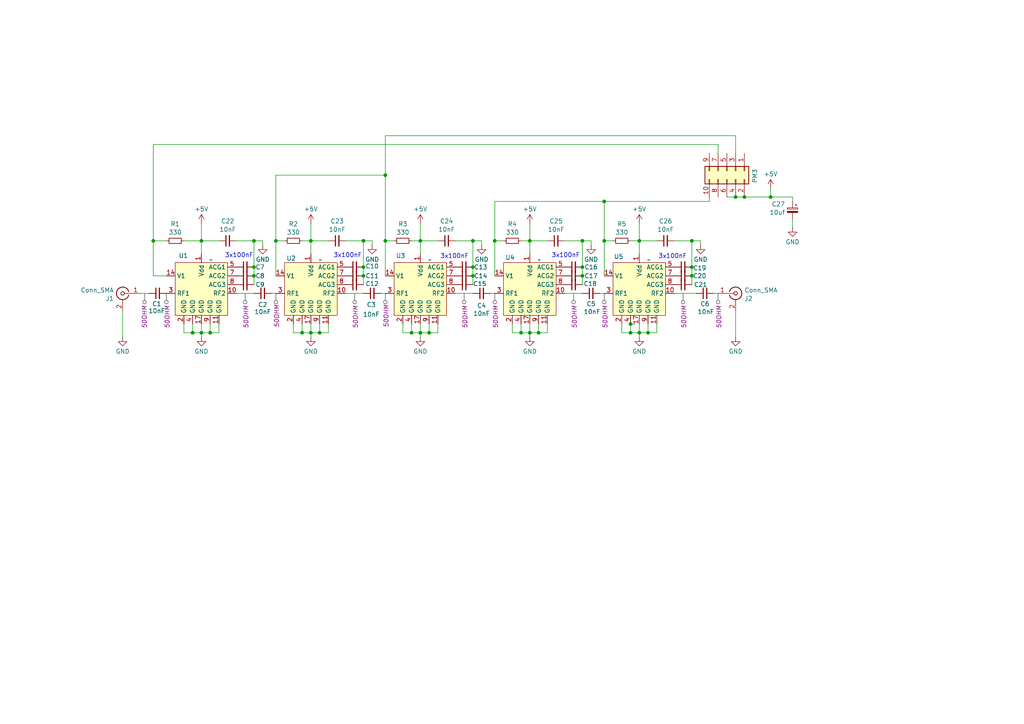
<source format=kicad_sch>
(kicad_sch (version 20231120) (generator "eeschema") (generator_version "8.0")
  (paper "A4")
  (lib_symbols
    (symbol "Connector:Conn_Coaxial" (pin_names (offset 1.016) hide)
      (property "Reference" "J" (at 0.254 3.048 0))
      (property "Value" "Conn_Coaxial" (at 2.921 0 90))
      (symbol "Conn_Coaxial_0_1"
        (arc (start -1.778 -0.508) (mid 0.2311 -1.8066) (end 1.778 0) (stroke (width 0.254)))
        (polyline (pts (xy -2.54 0) (xy -0.508 0)))
        (polyline (pts (xy 0 -2.54) (xy 0 -1.778)))
        (circle (center 0 0) (radius 0.508) (stroke (width 0.2032)))
        (arc (start 1.778 0) (mid 0.2099 1.8101) (end -1.778 0.508) (stroke (width 0.254)))
      )
      (symbol "Conn_Coaxial_1_1"
        (pin passive line (at -5.08 0 0) (length 2.54) (name "In") (number "1"))
        (pin passive line (at 0 -5.08 90) (length 2.54) (name "Ext") (number "2"))
      )
    )
    (symbol "Connector_Generic:Conn_02x05_Odd_Even" (pin_names (offset 1.016) hide)
      (property "Reference" "J" (at 1.27 7.62 0))
      (property "Value" "Conn_02x05_Odd_Even" (at 1.27 -7.62 0))
      (symbol "Conn_02x05_Odd_Even_1_1"
        (rectangle (start -1.27 -4.953) (end 0 -5.207) (stroke (width 0.1524)))
        (rectangle (start -1.27 -2.413) (end 0 -2.667) (stroke (width 0.1524)))
        (rectangle (start -1.27 0.127) (end 0 -0.127) (stroke (width 0.1524)))
        (rectangle (start -1.27 2.667) (end 0 2.413) (stroke (width 0.1524)))
        (rectangle (start -1.27 5.207) (end 0 4.953) (stroke (width 0.1524)))
        (rectangle (start -1.27 6.35) (end 3.81 -6.35) (stroke (width 0.254)) (fill (type background)))
        (rectangle (start 3.81 -4.953) (end 2.54 -5.207) (stroke (width 0.1524)))
        (rectangle (start 3.81 -2.413) (end 2.54 -2.667) (stroke (width 0.1524)))
        (rectangle (start 3.81 0.127) (end 2.54 -0.127) (stroke (width 0.1524)))
        (rectangle (start 3.81 2.667) (end 2.54 2.413) (stroke (width 0.1524)))
        (rectangle (start 3.81 5.207) (end 2.54 4.953) (stroke (width 0.1524)))
        (pin passive line (at -5.08 5.08 0) (length 3.81) (name "Pin_1") (number "1"))
        (pin passive line (at 7.62 -5.08 180) (length 3.81) (name "Pin_10") (number "10"))
        (pin passive line (at 7.62 5.08 180) (length 3.81) (name "Pin_2") (number "2"))
        (pin passive line (at -5.08 2.54 0) (length 3.81) (name "Pin_3") (number "3"))
        (pin passive line (at 7.62 2.54 180) (length 3.81) (name "Pin_4") (number "4"))
        (pin passive line (at -5.08 0 0) (length 3.81) (name "Pin_5") (number "5"))
        (pin passive line (at 7.62 0 180) (length 3.81) (name "Pin_6") (number "6"))
        (pin passive line (at -5.08 -2.54 0) (length 3.81) (name "Pin_7") (number "7"))
        (pin passive line (at 7.62 -2.54 180) (length 3.81) (name "Pin_8") (number "8"))
        (pin passive line (at -5.08 -5.08 0) (length 3.81) (name "Pin_9") (number "9"))
      )
    )
    (symbol "Device:C_Polarized_Small" (pin_numbers hide) (pin_names (offset 0.254) hide)
      (property "Reference" "C" (at 0.254 1.778 0))
      (property "Value" "C_Polarized_Small" (at 0.254 -2.032 0))
      (symbol "C_Polarized_Small_0_1"
        (rectangle (start -1.524 -0.3048) (end 1.524 -0.6858) (fill (type outline)))
        (rectangle (start -1.524 0.6858) (end 1.524 0.3048))
        (polyline (pts (xy -1.27 1.524) (xy -0.762 1.524)))
        (polyline (pts (xy -1.016 1.27) (xy -1.016 1.778)))
      )
      (symbol "C_Polarized_Small_1_1"
        (pin passive line (at 0 2.54 270) (length 1.8542) (name "~") (number "1"))
        (pin passive line (at 0 -2.54 90) (length 1.8542) (name "~") (number "2"))
      )
    )
    (symbol "Device:C_Small" (pin_numbers hide) (pin_names (offset 0.254) hide)
      (property "Reference" "C" (at 0.254 1.778 0))
      (property "Value" "C_Small" (at 0.254 -2.032 0))
      (symbol "C_Small_0_1"
        (polyline (pts (xy -1.524 -0.508) (xy 1.524 -0.508)) (stroke (width 0.3302)))
        (polyline (pts (xy -1.524 0.508) (xy 1.524 0.508)) (stroke (width 0.3048)))
      )
      (symbol "C_Small_1_1"
        (pin passive line (at 0 2.54 270) (length 2.032) (name "~") (number "1"))
        (pin passive line (at 0 -2.54 90) (length 2.032) (name "~") (number "2"))
      )
    )
    (symbol "Device:R_Small" (pin_numbers hide) (pin_names (offset 0.254) hide)
      (property "Reference" "R" (at 0.762 0.508 0))
      (property "Value" "R_Small" (at 0.762 -1.016 0))
      (symbol "R_Small_0_1"
        (rectangle (start -0.762 1.778) (end 0.762 -1.778) (stroke (width 0.2032)))
      )
      (symbol "R_Small_1_1"
        (pin passive line (at 0 2.54 270) (length 0.762) (name "~") (number "1"))
        (pin passive line (at 0 -2.54 90) (length 0.762) (name "~") (number "2"))
      )
    )
    (symbol "HMC802_1"
      (property "Reference" "U" (at -1.016 0 0))
      (symbol "HMC802_1_1_1"
        (rectangle (start -7.62 7.62) (end 7.62 -7.62) (fill (type background)))
        (pin power_in line (at 0 10.16 270) (length 2.54) (name "Vdd") (number "1"))
        (pin passive line (at 10.16 -1.27 180) (length 2.54) (name "RF2") (number "10"))
        (pin power_in line (at 5.08 -10.16 90) (length 2.54) (name "GND") (number "11"))
        (pin input line (at -10.16 3.81 0) (length 2.54) (name "V1") (number "14"))
        (pin power_in line (at 0 -10.16 90) (length 2.54) (name "GND") (number "17"))
        (pin power_in line (at -5.08 -10.16 90) (length 2.54) (name "GND") (number "2"))
        (pin passive line (at -10.16 -1.27 0) (length 2.54) (name "RF1") (number "3"))
        (pin power_in line (at -2.54 -10.16 90) (length 2.54) (name "GND") (number "4"))
        (pin passive line (at 10.16 6.35 180) (length 2.54) (name "ACG1") (number "5"))
        (pin passive line (at 10.16 3.81 180) (length 2.54) (name "ACG2") (number "7"))
        (pin passive line (at 10.16 1.27 180) (length 2.54) (name "ACG3") (number "8"))
        (pin power_in line (at 2.54 -10.16 90) (length 2.54) (name "GND") (number "9"))
      )
    )
    (symbol "HMC802_2"
      (property "Reference" "U" (at -1.016 0 0))
      (symbol "HMC802_2_1_1"
        (rectangle (start -7.62 7.62) (end 7.62 -7.62) (fill (type background)))
        (pin power_in line (at 0 10.16 270) (length 2.54) (name "Vdd") (number "1"))
        (pin passive line (at 10.16 -1.27 180) (length 2.54) (name "RF2") (number "10"))
        (pin power_in line (at 5.08 -10.16 90) (length 2.54) (name "GND") (number "11"))
        (pin input line (at -10.16 3.81 0) (length 2.54) (name "V1") (number "14"))
        (pin power_in line (at 0 -10.16 90) (length 2.54) (name "GND") (number "17"))
        (pin power_in line (at -5.08 -10.16 90) (length 2.54) (name "GND") (number "2"))
        (pin passive line (at -10.16 -1.27 0) (length 2.54) (name "RF1") (number "3"))
        (pin power_in line (at -2.54 -10.16 90) (length 2.54) (name "GND") (number "4"))
        (pin passive line (at 10.16 6.35 180) (length 2.54) (name "ACG1") (number "5"))
        (pin passive line (at 10.16 3.81 180) (length 2.54) (name "ACG2") (number "7"))
        (pin passive line (at 10.16 1.27 180) (length 2.54) (name "ACG3") (number "8"))
        (pin power_in line (at 2.54 -10.16 90) (length 2.54) (name "GND") (number "9"))
      )
    )
    (symbol "HMC802_3"
      (property "Reference" "U" (at -1.016 0 0))
      (symbol "HMC802_3_1_1"
        (rectangle (start -7.62 7.62) (end 7.62 -7.62) (fill (type background)))
        (pin power_in line (at 0 10.16 270) (length 2.54) (name "Vdd") (number "1"))
        (pin passive line (at 10.16 -1.27 180) (length 2.54) (name "RF2") (number "10"))
        (pin power_in line (at 5.08 -10.16 90) (length 2.54) (name "GND") (number "11"))
        (pin input line (at -10.16 3.81 0) (length 2.54) (name "V1") (number "14"))
        (pin power_in line (at 0 -10.16 90) (length 2.54) (name "GND") (number "17"))
        (pin power_in line (at -5.08 -10.16 90) (length 2.54) (name "GND") (number "2"))
        (pin passive line (at -10.16 -1.27 0) (length 2.54) (name "RF1") (number "3"))
        (pin power_in line (at -2.54 -10.16 90) (length 2.54) (name "GND") (number "4"))
        (pin passive line (at 10.16 6.35 180) (length 2.54) (name "ACG1") (number "5"))
        (pin passive line (at 10.16 3.81 180) (length 2.54) (name "ACG2") (number "7"))
        (pin passive line (at 10.16 1.27 180) (length 2.54) (name "ACG3") (number "8"))
        (pin power_in line (at 2.54 -10.16 90) (length 2.54) (name "GND") (number "9"))
      )
    )
    (symbol "HMC802_4"
      (property "Reference" "U" (at -1.016 0 0))
      (symbol "HMC802_4_1_1"
        (rectangle (start -7.62 7.62) (end 7.62 -7.62) (fill (type background)))
        (pin power_in line (at 0 10.16 270) (length 2.54) (name "Vdd") (number "1"))
        (pin passive line (at 10.16 -1.27 180) (length 2.54) (name "RF2") (number "10"))
        (pin power_in line (at 5.08 -10.16 90) (length 2.54) (name "GND") (number "11"))
        (pin input line (at -10.16 3.81 0) (length 2.54) (name "V1") (number "14"))
        (pin power_in line (at 0 -10.16 90) (length 2.54) (name "GND") (number "17"))
        (pin power_in line (at -5.08 -10.16 90) (length 2.54) (name "GND") (number "2"))
        (pin passive line (at -10.16 -1.27 0) (length 2.54) (name "RF1") (number "3"))
        (pin power_in line (at -2.54 -10.16 90) (length 2.54) (name "GND") (number "4"))
        (pin passive line (at 10.16 6.35 180) (length 2.54) (name "ACG1") (number "5"))
        (pin passive line (at 10.16 3.81 180) (length 2.54) (name "ACG2") (number "7"))
        (pin passive line (at 10.16 1.27 180) (length 2.54) (name "ACG3") (number "8"))
        (pin power_in line (at 2.54 -10.16 90) (length 2.54) (name "GND") (number "9"))
      )
    )
    (symbol "RF_CUSTOM:HMC802"
      (property "Reference" "U" (at -1.016 0 0))
      (symbol "HMC802_1_1"
        (rectangle (start -7.62 7.62) (end 7.62 -7.62) (fill (type background)))
        (pin power_in line (at 0 10.16 270) (length 2.54) (name "Vdd") (number "1"))
        (pin passive line (at 10.16 -1.27 180) (length 2.54) (name "RF2") (number "10"))
        (pin power_in line (at 5.08 -10.16 90) (length 2.54) (name "GND") (number "11"))
        (pin input line (at -10.16 3.81 0) (length 2.54) (name "V1") (number "14"))
        (pin power_in line (at 0 -10.16 90) (length 2.54) (name "GND") (number "17"))
        (pin power_in line (at -5.08 -10.16 90) (length 2.54) (name "GND") (number "2"))
        (pin passive line (at -10.16 -1.27 0) (length 2.54) (name "RF1") (number "3"))
        (pin power_in line (at -2.54 -10.16 90) (length 2.54) (name "GND") (number "4"))
        (pin passive line (at 10.16 6.35 180) (length 2.54) (name "ACG1") (number "5"))
        (pin passive line (at 10.16 3.81 180) (length 2.54) (name "ACG2") (number "7"))
        (pin passive line (at 10.16 1.27 180) (length 2.54) (name "ACG3") (number "8"))
        (pin power_in line (at 2.54 -10.16 90) (length 2.54) (name "GND") (number "9"))
      )
    )
    (symbol "power:+5V" (power) (pin_numbers hide) (pin_names (offset 0) hide)
      (property "Value" "+5V" (at 0 3.556 0))
      (symbol "+5V_0_1"
        (polyline (pts (xy -0.762 1.27) (xy 0 2.54)))
        (polyline (pts (xy 0 0) (xy 0 2.54)))
        (polyline (pts (xy 0 2.54) (xy 0.762 1.27)))
      )
      (symbol "+5V_1_1"
        (pin power_in line (at 0 0 90) (length 0) (name "~") (number "1"))
      )
    )
    (symbol "power:GND" (power) (pin_numbers hide) (pin_names (offset 0) hide)
      (property "Value" "GND" (at 0 -3.81 0))
      (symbol "GND_0_1"
        (polyline (pts (xy 0 0) (xy 0 -1.27) (xy 1.27 -1.27) (xy 0 -2.54) (xy -1.27 -1.27) (xy 0 -1.27)))
      )
      (symbol "GND_1_1"
        (pin power_in line (at 0 0 270) (length 0) (name "~") (number "1"))
      )
    )
  )
  (junction (at 92.71 96.52))
  (junction (at 153.67 96.52))
  (junction (at 124.46 96.52))
  (junction (at 182.88 93.98))
  (junction (at 90.17 69.85))
  (junction (at 215.9 57.15))
  (junction (at 87.63 96.52))
  (junction (at 90.17 96.52))
  (junction (at 151.13 96.52))
  (junction (at 80.01 69.85))
  (junction (at 168.91 77.47))
  (junction (at 121.92 96.52))
  (junction (at 137.16 77.47))
  (junction (at 73.66 69.85))
  (junction (at 121.92 69.85))
  (junction (at 105.41 80.01))
  (junction (at 111.76 50.8))
  (junction (at 73.66 80.01))
  (junction (at 185.42 69.85))
  (junction (at 182.88 96.52))
  (junction (at 111.76 69.85))
  (junction (at 58.42 69.85))
  (junction (at 213.36 57.15))
  (junction (at 187.96 96.52))
  (junction (at 58.42 96.52))
  (junction (at 175.26 69.85))
  (junction (at 223.52 57.15))
  (junction (at 55.88 96.52))
  (junction (at 175.26 58.42))
  (junction (at 137.16 80.01))
  (junction (at 105.41 69.85))
  (junction (at 153.67 69.85))
  (junction (at 168.91 69.85))
  (junction (at 105.41 77.47))
  (junction (at 185.42 96.52))
  (junction (at 73.66 77.47))
  (junction (at 156.21 96.52))
  (junction (at 60.96 96.52))
  (junction (at 200.66 77.47))
  (junction (at 143.51 69.85))
  (junction (at 137.16 69.85))
  (junction (at 200.66 69.85))
  (junction (at 168.91 80.01))
  (junction (at 119.38 96.52))
  (junction (at 200.66 80.01))
  (junction (at 44.45 69.85))
  (wire (pts (xy 213.36 90.17) (xy 213.36 97.79)))
  (wire (pts (xy 80.01 50.8) (xy 80.01 69.85)))
  (wire (pts (xy 137.16 69.85) (xy 137.16 77.47)))
  (wire (pts (xy 95.25 93.98) (xy 95.25 96.52)))
  (wire (pts (xy 175.26 58.42) (xy 205.74 58.42)))
  (wire (pts (xy 151.13 69.85) (xy 153.67 69.85)))
  (wire (pts (xy 137.16 77.47) (xy 137.16 80.01)))
  (wire (pts (xy 127 96.52) (xy 124.46 96.52)))
  (wire (pts (xy 80.01 50.8) (xy 111.76 50.8)))
  (wire (pts (xy 35.56 90.17) (xy 35.56 97.79)))
  (wire (pts (xy 229.87 57.15) (xy 223.52 57.15)))
  (wire (pts (xy 158.75 93.98) (xy 158.75 96.52)))
  (wire (pts (xy 168.91 77.47) (xy 168.91 80.01)))
  (wire (pts (xy 175.26 69.85) (xy 175.26 80.01)))
  (wire (pts (xy 121.92 69.85) (xy 121.92 73.66)))
  (wire (pts (xy 87.63 96.52) (xy 90.17 96.52)))
  (wire (pts (xy 121.92 96.52) (xy 124.46 96.52)))
  (wire (pts (xy 153.67 96.52) (xy 156.21 96.52)))
  (wire (pts (xy 90.17 96.52) (xy 92.71 96.52)))
  (wire (pts (xy 85.09 96.52) (xy 87.63 96.52)))
  (wire (pts (xy 171.45 69.85) (xy 171.45 71.12)))
  (wire (pts (xy 139.7 69.85) (xy 139.7 71.12)))
  (wire (pts (xy 213.36 39.37) (xy 111.76 39.37)))
  (wire (pts (xy 68.58 69.85) (xy 73.66 69.85)))
  (wire (pts (xy 92.71 93.98) (xy 92.71 96.52)))
  (wire (pts (xy 153.67 69.85) (xy 153.67 73.66)))
  (wire (pts (xy 180.34 93.98) (xy 180.34 96.52)))
  (wire (pts (xy 175.26 58.42) (xy 175.26 69.85)))
  (wire (pts (xy 148.59 96.52) (xy 151.13 96.52)))
  (wire (pts (xy 58.42 93.98) (xy 58.42 96.52)))
  (wire (pts (xy 223.52 57.15) (xy 223.52 54.61)))
  (wire (pts (xy 137.16 69.85) (xy 139.7 69.85)))
  (wire (pts (xy 55.88 96.52) (xy 58.42 96.52)))
  (wire (pts (xy 111.76 80.01) (xy 111.76 69.85)))
  (wire (pts (xy 63.5 93.98) (xy 63.5 96.52)))
  (wire (pts (xy 58.42 69.85) (xy 63.5 69.85)))
  (wire (pts (xy 200.66 80.01) (xy 200.66 82.55)))
  (wire (pts (xy 151.13 96.52) (xy 153.67 96.52)))
  (wire (pts (xy 175.26 69.85) (xy 177.8 69.85)))
  (wire (pts (xy 200.66 77.47) (xy 200.66 80.01)))
  (wire (pts (xy 40.64 85.09) (xy 43.18 85.09)))
  (wire (pts (xy 158.75 96.52) (xy 156.21 96.52)))
  (wire (pts (xy 168.91 69.85) (xy 171.45 69.85)))
  (wire (pts (xy 73.66 77.47) (xy 73.66 80.01)))
  (wire (pts (xy 208.28 41.91) (xy 44.45 41.91)))
  (wire (pts (xy 116.84 93.98) (xy 116.84 96.52)))
  (wire (pts (xy 90.17 97.79) (xy 90.17 96.52)))
  (wire (pts (xy 58.42 97.79) (xy 58.42 96.52)))
  (wire (pts (xy 111.76 39.37) (xy 111.76 50.8)))
  (wire (pts (xy 48.26 80.01) (xy 44.45 80.01)))
  (wire (pts (xy 58.42 96.52) (xy 60.96 96.52)))
  (wire (pts (xy 182.88 93.98) (xy 182.88 96.52)))
  (wire (pts (xy 90.17 93.98) (xy 90.17 96.52)))
  (wire (pts (xy 143.51 69.85) (xy 146.05 69.85)))
  (wire (pts (xy 173.99 85.09) (xy 175.26 85.09)))
  (wire (pts (xy 190.5 93.98) (xy 190.5 96.52)))
  (wire (pts (xy 105.41 69.85) (xy 105.41 77.47)))
  (wire (pts (xy 87.63 93.98) (xy 87.63 96.52)))
  (wire (pts (xy 111.76 69.85) (xy 114.3 69.85)))
  (wire (pts (xy 76.2 69.85) (xy 73.66 69.85)))
  (wire (pts (xy 90.17 69.85) (xy 90.17 73.66)))
  (wire (pts (xy 105.41 69.85) (xy 107.95 69.85)))
  (wire (pts (xy 58.42 69.85) (xy 58.42 73.66)))
  (wire (pts (xy 156.21 93.98) (xy 156.21 96.52)))
  (wire (pts (xy 185.42 69.85) (xy 185.42 73.66)))
  (wire (pts (xy 190.5 96.52) (xy 187.96 96.52)))
  (wire (pts (xy 215.9 57.15) (xy 213.36 57.15)))
  (wire (pts (xy 44.45 41.91) (xy 44.45 69.85)))
  (wire (pts (xy 208.28 44.45) (xy 208.28 41.91)))
  (wire (pts (xy 121.92 64.77) (xy 121.92 69.85)))
  (wire (pts (xy 168.91 69.85) (xy 168.91 77.47)))
  (wire (pts (xy 210.82 57.15) (xy 213.36 57.15)))
  (wire (pts (xy 187.96 93.98) (xy 187.96 96.52)))
  (wire (pts (xy 53.34 96.52) (xy 55.88 96.52)))
  (wire (pts (xy 107.95 69.85) (xy 107.95 71.12)))
  (wire (pts (xy 100.33 69.85) (xy 105.41 69.85)))
  (wire (pts (xy 203.2 69.85) (xy 203.2 71.12)))
  (wire (pts (xy 121.92 93.98) (xy 121.92 96.52)))
  (wire (pts (xy 119.38 69.85) (xy 121.92 69.85)))
  (wire (pts (xy 180.34 96.52) (xy 182.88 96.52)))
  (wire (pts (xy 119.38 93.98) (xy 119.38 96.52)))
  (wire (pts (xy 182.88 96.52) (xy 185.42 96.52)))
  (wire (pts (xy 105.41 80.01) (xy 105.41 82.55)))
  (wire (pts (xy 132.08 85.09) (xy 137.16 85.09)))
  (wire (pts (xy 143.51 69.85) (xy 143.51 58.42)))
  (wire (pts (xy 200.66 69.85) (xy 203.2 69.85)))
  (wire (pts (xy 148.59 93.98) (xy 148.59 96.52)))
  (wire (pts (xy 73.66 69.85) (xy 73.66 77.47)))
  (wire (pts (xy 153.67 97.79) (xy 153.67 96.52)))
  (wire (pts (xy 55.88 93.98) (xy 55.88 96.52)))
  (wire (pts (xy 78.74 85.09) (xy 80.01 85.09)))
  (wire (pts (xy 68.58 85.09) (xy 73.66 85.09)))
  (wire (pts (xy 90.17 69.85) (xy 95.25 69.85)))
  (wire (pts (xy 53.34 69.85) (xy 58.42 69.85)))
  (wire (pts (xy 100.33 85.09) (xy 105.41 85.09)))
  (wire (pts (xy 213.36 44.45) (xy 213.36 39.37)))
  (wire (pts (xy 137.16 80.01) (xy 137.16 82.55)))
  (wire (pts (xy 60.96 93.98) (xy 60.96 96.52)))
  (wire (pts (xy 85.09 93.98) (xy 85.09 96.52)))
  (wire (pts (xy 143.51 69.85) (xy 143.51 80.01)))
  (wire (pts (xy 195.58 85.09) (xy 201.93 85.09)))
  (wire (pts (xy 182.88 93.98) (xy 184.15 93.98)))
  (wire (pts (xy 116.84 96.52) (xy 119.38 96.52)))
  (wire (pts (xy 58.42 64.77) (xy 58.42 69.85)))
  (wire (pts (xy 229.87 58.42) (xy 229.87 57.15)))
  (wire (pts (xy 195.58 69.85) (xy 200.66 69.85)))
  (wire (pts (xy 185.42 64.77) (xy 185.42 69.85)))
  (wire (pts (xy 80.01 69.85) (xy 80.01 80.01)))
  (wire (pts (xy 163.83 85.09) (xy 168.91 85.09)))
  (wire (pts (xy 153.67 69.85) (xy 158.75 69.85)))
  (wire (pts (xy 80.01 69.85) (xy 82.55 69.85)))
  (wire (pts (xy 44.45 69.85) (xy 48.26 69.85)))
  (wire (pts (xy 53.34 93.98) (xy 53.34 96.52)))
  (wire (pts (xy 105.41 77.47) (xy 105.41 80.01)))
  (wire (pts (xy 153.67 64.77) (xy 153.67 69.85)))
  (wire (pts (xy 124.46 93.98) (xy 124.46 96.52)))
  (wire (pts (xy 90.17 64.77) (xy 90.17 69.85)))
  (wire (pts (xy 153.67 93.98) (xy 153.67 96.52)))
  (wire (pts (xy 110.49 85.09) (xy 111.76 85.09)))
  (wire (pts (xy 163.83 69.85) (xy 168.91 69.85)))
  (wire (pts (xy 185.42 93.98) (xy 185.42 96.52)))
  (wire (pts (xy 87.63 69.85) (xy 90.17 69.85)))
  (wire (pts (xy 121.92 97.79) (xy 121.92 96.52)))
  (wire (pts (xy 229.87 63.5) (xy 229.87 66.04)))
  (wire (pts (xy 207.01 85.09) (xy 208.28 85.09)))
  (wire (pts (xy 142.24 85.09) (xy 143.51 85.09)))
  (wire (pts (xy 182.88 69.85) (xy 185.42 69.85)))
  (wire (pts (xy 185.42 97.79) (xy 185.42 96.52)))
  (wire (pts (xy 143.51 58.42) (xy 175.26 58.42)))
  (wire (pts (xy 73.66 80.01) (xy 73.66 82.55)))
  (wire (pts (xy 111.76 50.8) (xy 111.76 69.85)))
  (wire (pts (xy 215.9 57.15) (xy 223.52 57.15)))
  (wire (pts (xy 95.25 96.52) (xy 92.71 96.52)))
  (wire (pts (xy 185.42 96.52) (xy 187.96 96.52)))
  (wire (pts (xy 200.66 69.85) (xy 200.66 77.47)))
  (wire (pts (xy 76.2 69.85) (xy 76.2 71.12)))
  (wire (pts (xy 132.08 69.85) (xy 137.16 69.85)))
  (wire (pts (xy 151.13 93.98) (xy 151.13 96.52)))
  (wire (pts (xy 185.42 69.85) (xy 190.5 69.85)))
  (wire (pts (xy 205.74 58.42) (xy 205.74 57.15)))
  (wire (pts (xy 127 93.98) (xy 127 96.52)))
  (wire (pts (xy 168.91 80.01) (xy 168.91 82.55)))
  (wire (pts (xy 119.38 96.52) (xy 121.92 96.52)))
  (wire (pts (xy 63.5 96.52) (xy 60.96 96.52)))
  (wire (pts (xy 44.45 80.01) (xy 44.45 69.85)))
  (wire (pts (xy 121.92 69.85) (xy 127 69.85)))
  (text "3x100nF" (at 69.342 74.168 0) (effects (font (size 1.27 1.27))))
  (text "3x100nF" (at 164.084 74.168 0) (effects (font (size 1.27 1.27))))
  (text "3x100nF" (at 100.838 74.168 0) (effects (font (size 1.27 1.27))))
  (text "3x100nF" (at 131.826 74.422 0) (effects (font (size 1.27 1.27))))
  (text "3x100nF" (at 195.072 74.422 0) (effects (font (size 1.27 1.27))))
  (netclass_flag "" (length 2.54) (shape round) (at 102.87 85.09 180) (property "Netclass" "50OHM" (at 103.124 95.25 90) (effects (font (italic yes)) (justify left))))
  (netclass_flag "" (length 2.54) (shape round) (at 143.51 85.09 180) (property "Netclass" "50OHM" (at 143.764 95.25 90) (effects (font (italic yes)) (justify left))))
  (netclass_flag "" (length 2.54) (shape round) (at 80.01 85.09 180) (property "Netclass" "50OHM" (at 80.264 94.996 90) (effects (font (italic yes)) (justify left))))
  (netclass_flag "" (length 2.54) (shape round) (at 198.12 85.09 180) (property "Netclass" "50OHM" (at 198.374 95.25 90) (effects (font (italic yes)) (justify left))))
  (netclass_flag "" (length 2.54) (shape round) (at 71.12 85.09 180) (property "Netclass" "50OHM" (at 71.374 95.25 90) (effects (font (italic yes)) (justify left))))
  (netclass_flag "" (length 2.54) (shape round) (at 208.28 85.09 180) (property "Netclass" "50OHM" (at 208.534 95.25 90) (effects (font (italic yes)) (justify left))))
  (netclass_flag "" (length 2.54) (shape round) (at 166.37 85.09 180) (property "Netclass" "50OHM" (at 166.624 95.25 90) (effects (font (italic yes)) (justify left))))
  (netclass_flag "" (length 2.54) (shape round) (at 48.26 85.09 180) (property "Netclass" "50OHM" (at 48.514 95.25 90) (effects (font (italic yes)) (justify left))))
  (netclass_flag "" (length 2.54) (shape round) (at 134.62 85.09 180) (property "Netclass" "50OHM" (at 134.874 95.25 90) (effects (font (italic yes)) (justify left))))
  (netclass_flag "" (length 2.54) (shape round) (at 111.76 85.09 180) (property "Netclass" "50OHM" (at 112.014 94.996 90) (effects (font (italic yes)) (justify left))))
  (netclass_flag "" (length 2.54) (shape round) (at 41.91 85.09 180) (property "Netclass" "50OHM" (at 41.91 95.25 90) (effects (font (italic yes)) (justify left))))
  (netclass_flag "" (length 2.54) (shape round) (at 175.26 85.09 180) (property "Netclass" "50OHM" (at 175.514 95.25 90) (effects (font (italic yes)) (justify left))))
  (symbol (lib_id "Device:C_Small") (at 198.12 80.01 90) (unit 1)
    (property "Reference" "C20" (at 202.946 80.01 90))
    (property "Value" "100nF" (effects (hide yes)))
    (property "Footprint" "Capacitor_SMD:C_0603_1608Metric" (effects (hide yes)))
    (property "Description" "Unpolarized capacitor, small symbol" (effects (hide yes)))
  )
  (symbol (lib_id "Device:C_Small") (at 198.12 82.55 90) (unit 1)
    (property "Reference" "C21" (at 203.2 82.55 90))
    (property "Value" "100nF" (effects (hide yes)))
    (property "Footprint" "Capacitor_SMD:C_0603_1608Metric" (effects (hide yes)))
    (property "Description" "Unpolarized capacitor, small symbol" (effects (hide yes)))
  )
  (symbol (lib_id "Device:C_Small") (at 71.12 77.47 90) (unit 1)
    (property "Reference" "C7" (at 75.438 77.47 90))
    (property "Value" "100nF" (effects (hide yes)))
    (property "Footprint" "Capacitor_SMD:C_0603_1608Metric" (effects (hide yes)))
    (property "Description" "Unpolarized capacitor, small symbol" (effects (hide yes)))
  )
  (symbol (lib_id "Device:R_Small") (at 148.59 69.85 270) (unit 1)
    (property "Reference" "R4" (at 148.59 64.9689 90))
    (property "Value" "330" (at 148.59 67.3932 90))
    (property "Footprint" "Resistor_SMD:R_0805_2012Metric" (effects (hide yes)))
    (property "Description" "Resistor, small symbol" (effects (hide yes)))
  )
  (symbol (lib_id "power:GND") (at 153.67 97.79 0) (unit 1)
    (property "Reference" "#PWR04" (effects (hide yes)))
    (property "Value" "GND" (at 153.67 101.9231 0))
    (property "Description" "Power symbol creates a global label with name \"GND\" , ground" (effects (hide yes)))
  )
  (symbol (lib_id "power:+5V") (at 121.92 64.77 0) (unit 1)
    (property "Reference" "#PWR015" (effects (hide yes)))
    (property "Value" "+5V" (at 121.92 60.6369 0))
    (property "Description" "Power symbol creates a global label with name \"+5V\"" (effects (hide yes)))
  )
  (symbol (lib_id "Device:C_Small") (at 161.29 69.85 90) (unit 1)
    (property "Reference" "C25" (at 161.2963 64.1434 90))
    (property "Value" "10nF" (at 161.2963 66.5677 90))
    (property "Footprint" "Capacitor_SMD:C_0603_1608Metric" (effects (hide yes)))
    (property "Description" "Unpolarized capacitor, small symbol" (effects (hide yes)))
  )
  (symbol (lib_id "RF_CUSTOM:HMC802") (at 185.42 83.82 0) (unit 1)
    (property "Reference" "U5" (at 178.054 74.422 0) (effects (justify left)))
    (property "Value" "~" (at 187.6141 75.3499 0) (effects (justify left)))
    (property "Footprint" "Package_DFN_QFN:QFN-16-1EP_3x3mm_P0.5mm_EP1.9x1.9mm" (effects (hide yes)))
  )
  (symbol (lib_id "power:GND") (at 90.17 97.79 0) (unit 1)
    (property "Reference" "#PWR02" (effects (hide yes)))
    (property "Value" "GND" (at 90.17 101.9231 0))
    (property "Description" "Power symbol creates a global label with name \"GND\" , ground" (effects (hide yes)))
  )
  (symbol (lib_id "Device:C_Small") (at 129.54 69.85 90) (unit 1)
    (property "Reference" "C24" (at 129.5463 64.1434 90))
    (property "Value" "10nF" (at 129.5463 66.5677 90))
    (property "Footprint" "Capacitor_SMD:C_0603_1608Metric" (effects (hide yes)))
    (property "Description" "Unpolarized capacitor, small symbol" (effects (hide yes)))
  )
  (symbol (lib_name "HMC802_1") (lib_id "RF_CUSTOM:HMC802") (at 58.42 83.82 0) (unit 1)
    (property "Reference" "U1" (at 51.816 74.168 0) (effects (justify left)))
    (property "Value" "~" (at 60.6141 75.3499 0) (effects (justify left)))
    (property "Footprint" "Package_DFN_QFN:QFN-16-1EP_3x3mm_P0.5mm_EP1.9x1.9mm" (effects (hide yes)))
  )
  (symbol (lib_id "Device:R_Small") (at 116.84 69.85 270) (unit 1)
    (property "Reference" "R3" (at 116.84 64.9689 90))
    (property "Value" "330" (at 116.84 67.3932 90))
    (property "Footprint" "Resistor_SMD:R_0805_2012Metric" (effects (hide yes)))
    (property "Description" "Resistor, small symbol" (effects (hide yes)))
  )
  (symbol (lib_id "power:+5V") (at 153.67 64.77 0) (unit 1)
    (property "Reference" "#PWR016" (effects (hide yes)))
    (property "Value" "+5V" (at 153.67 60.6369 0))
    (property "Description" "Power symbol creates a global label with name \"+5V\"" (effects (hide yes)))
  )
  (symbol (lib_id "Device:C_Small") (at 102.87 77.47 90) (unit 1)
    (property "Reference" "C10" (at 107.95 77.216 90))
    (property "Value" "100nF" (effects (hide yes)))
    (property "Footprint" "Capacitor_SMD:C_0603_1608Metric" (effects (hide yes)))
    (property "Description" "Unpolarized capacitor, small symbol" (effects (hide yes)))
  )
  (symbol (lib_id "Device:C_Small") (at 198.12 77.47 90) (unit 1)
    (property "Reference" "C19" (at 202.946 77.724 90))
    (property "Value" "100nF" (effects (hide yes)))
    (property "Footprint" "Capacitor_SMD:C_0603_1608Metric" (effects (hide yes)))
    (property "Description" "Unpolarized capacitor, small symbol" (effects (hide yes)))
  )
  (symbol (lib_id "Device:C_Small") (at 102.87 82.55 90) (unit 1)
    (property "Reference" "C12" (at 107.95 82.296 90))
    (property "Value" "100nF" (effects (hide yes)))
    (property "Footprint" "Capacitor_SMD:C_0603_1608Metric" (effects (hide yes)))
    (property "Description" "Unpolarized capacitor, small symbol" (effects (hide yes)))
  )
  (symbol (lib_id "power:GND") (at 107.95 71.12 0) (unit 1)
    (property "Reference" "#PWR010" (effects (hide yes)))
    (property "Value" "GND" (at 107.95 75.2531 0))
    (property "Description" "Power symbol creates a global label with name \"GND\" , ground" (effects (hide yes)))
  )
  (symbol (lib_id "power:GND") (at 185.42 97.79 0) (unit 1)
    (property "Reference" "#PWR05" (effects (hide yes)))
    (property "Value" "GND" (at 185.42 101.9231 0))
    (property "Description" "Power symbol creates a global label with name \"GND\" , ground" (effects (hide yes)))
  )
  (symbol (lib_id "Device:R_Small") (at 85.09 69.85 270) (unit 1)
    (property "Reference" "R2" (at 85.09 64.9689 90))
    (property "Value" "330" (at 85.09 67.3932 90))
    (property "Footprint" "Resistor_SMD:R_0805_2012Metric" (effects (hide yes)))
    (property "Description" "Resistor, small symbol" (effects (hide yes)))
  )
  (symbol (lib_id "Device:C_Small") (at 171.45 85.09 90) (unit 1)
    (property "Reference" "C5" (at 171.45 88.138 90))
    (property "Value" "10nF" (at 171.704 90.424 90))
    (property "Footprint" "Capacitor_SMD:C_0603_1608Metric" (effects (hide yes)))
    (property "Description" "Unpolarized capacitor, small symbol" (effects (hide yes)))
  )
  (symbol (lib_id "Device:C_Small") (at 204.47 85.09 90) (unit 1)
    (property "Reference" "C6" (at 204.47 88.138 90))
    (property "Value" "10nF" (at 204.724 90.424 90))
    (property "Footprint" "Capacitor_SMD:C_0603_1608Metric" (effects (hide yes)))
    (property "Description" "Unpolarized capacitor, small symbol" (effects (hide yes)))
  )
  (symbol (lib_id "Device:C_Small") (at 134.62 80.01 90) (unit 1)
    (property "Reference" "C14" (at 139.446 80.01 90))
    (property "Value" "100nF" (effects (hide yes)))
    (property "Footprint" "Capacitor_SMD:C_0603_1608Metric" (effects (hide yes)))
    (property "Description" "Unpolarized capacitor, small symbol" (effects (hide yes)))
  )
  (symbol (lib_id "Device:C_Polarized_Small") (at 229.87 60.96 0) (mirror y) (unit 1)
    (property "Reference" "C27" (at 227.711 59.2017 0) (effects (justify left)))
    (property "Value" "10uf" (at 227.711 61.626 0) (effects (justify left)))
    (property "Footprint" "Capacitor_THT:CP_Radial_D6.3mm_P2.50mm" (effects (hide yes)))
    (property "Description" "Polarized capacitor, small symbol" (effects (hide yes)))
  )
  (symbol (lib_id "power:GND") (at 229.87 66.04 0) (mirror y) (unit 1)
    (property "Reference" "#PWR019" (effects (hide yes)))
    (property "Value" "GND" (at 229.87 70.1731 0))
    (property "Description" "Power symbol creates a global label with name \"GND\" , ground" (effects (hide yes)))
  )
  (symbol (lib_id "Device:R_Small") (at 50.8 69.85 270) (unit 1)
    (property "Reference" "R1" (at 50.8 64.9689 90))
    (property "Value" "330" (at 50.8 67.3932 90))
    (property "Footprint" "Resistor_SMD:R_0805_2012Metric" (effects (hide yes)))
    (property "Description" "Resistor, small symbol" (effects (hide yes)))
  )
  (symbol (lib_name "HMC802_3") (lib_id "RF_CUSTOM:HMC802") (at 121.92 83.82 0) (unit 1)
    (property "Reference" "U3" (at 114.808 74.168 0) (effects (justify left)))
    (property "Value" "~" (at 124.1141 75.3499 0) (effects (justify left)))
    (property "Footprint" "Package_DFN_QFN:QFN-16-1EP_3x3mm_P0.5mm_EP1.9x1.9mm" (effects (hide yes)))
  )
  (symbol (lib_id "Device:C_Small") (at 166.37 77.47 90) (unit 1)
    (property "Reference" "C16" (at 171.45 77.47 90))
    (property "Value" "100nF" (effects (hide yes)))
    (property "Footprint" "Capacitor_SMD:C_0603_1608Metric" (effects (hide yes)))
    (property "Description" "Unpolarized capacitor, small symbol" (effects (hide yes)))
  )
  (symbol (lib_id "power:GND") (at 121.92 97.79 0) (unit 1)
    (property "Reference" "#PWR03" (effects (hide yes)))
    (property "Value" "GND" (at 121.92 101.9231 0))
    (property "Description" "Power symbol creates a global label with name \"GND\" , ground" (effects (hide yes)))
  )
  (symbol (lib_id "Device:C_Small") (at 139.7 85.09 90) (unit 1)
    (property "Reference" "C4" (at 139.7 88.646 90))
    (property "Value" "10nF" (at 139.7 90.932 90))
    (property "Footprint" "Capacitor_SMD:C_0603_1608Metric" (effects (hide yes)))
    (property "Description" "Unpolarized capacitor, small symbol" (effects (hide yes)))
  )
  (symbol (lib_id "Device:C_Small") (at 97.79 69.85 90) (unit 1)
    (property "Reference" "C23" (at 97.7963 64.1434 90))
    (property "Value" "10nF" (at 97.7963 66.5677 90))
    (property "Footprint" "Capacitor_SMD:C_0603_1608Metric" (effects (hide yes)))
    (property "Description" "Unpolarized capacitor, small symbol" (effects (hide yes)))
  )
  (symbol (lib_id "power:GND") (at 139.7 71.12 0) (unit 1)
    (property "Reference" "#PWR09" (effects (hide yes)))
    (property "Value" "GND" (at 139.7 75.2531 0))
    (property "Description" "Power symbol creates a global label with name \"GND\" , ground" (effects (hide yes)))
  )
  (symbol (lib_id "Device:C_Small") (at 66.04 69.85 90) (unit 1)
    (property "Reference" "C22" (at 66.0463 64.1434 90))
    (property "Value" "10nF" (at 66.0463 66.5677 90))
    (property "Footprint" "Capacitor_SMD:C_0603_1608Metric" (effects (hide yes)))
    (property "Description" "Unpolarized capacitor, small symbol" (effects (hide yes)))
  )
  (symbol (lib_id "power:GND") (at 58.42 97.79 0) (unit 1)
    (property "Reference" "#PWR01" (effects (hide yes)))
    (property "Value" "GND" (at 58.42 101.9231 0))
    (property "Description" "Power symbol creates a global label with name \"GND\" , ground" (effects (hide yes)))
  )
  (symbol (lib_id "Device:R_Small") (at 180.34 69.85 270) (unit 1)
    (property "Reference" "R5" (at 180.34 64.9689 90))
    (property "Value" "330" (at 180.34 67.3932 90))
    (property "Footprint" "Resistor_SMD:R_0805_2012Metric" (effects (hide yes)))
    (property "Description" "Resistor, small symbol" (effects (hide yes)))
  )
  (symbol (lib_id "Device:C_Small") (at 134.62 82.55 90) (unit 1)
    (property "Reference" "C15" (at 139.192 82.296 90))
    (property "Value" "100nF" (effects (hide yes)))
    (property "Footprint" "Capacitor_SMD:C_0603_1608Metric" (effects (hide yes)))
    (property "Description" "Unpolarized capacitor, small symbol" (effects (hide yes)))
  )
  (symbol (lib_id "power:GND") (at 35.56 97.79 0) (unit 1)
    (property "Reference" "#PWR012" (effects (hide yes)))
    (property "Value" "GND" (at 35.56 101.9231 0))
    (property "Description" "Power symbol creates a global label with name \"GND\" , ground" (effects (hide yes)))
  )
  (symbol (lib_id "Device:C_Small") (at 102.87 80.01 90) (unit 1)
    (property "Reference" "C11" (at 107.95 80.01 90))
    (property "Value" "100nF" (effects (hide yes)))
    (property "Footprint" "Capacitor_SMD:C_0603_1608Metric" (effects (hide yes)))
    (property "Description" "Unpolarized capacitor, small symbol" (effects (hide yes)))
  )
  (symbol (lib_id "Device:C_Small") (at 71.12 80.01 90) (unit 1)
    (property "Reference" "C8" (at 75.438 80.01 90))
    (property "Value" "100nF" (effects (hide yes)))
    (property "Footprint" "Capacitor_SMD:C_0603_1608Metric" (effects (hide yes)))
    (property "Description" "Unpolarized capacitor, small symbol" (effects (hide yes)))
  )
  (symbol (lib_id "power:+5V") (at 58.42 64.77 0) (unit 1)
    (property "Reference" "#PWR013" (effects (hide yes)))
    (property "Value" "+5V" (at 58.42 60.6369 0))
    (property "Description" "Power symbol creates a global label with name \"+5V\"" (effects (hide yes)))
  )
  (symbol (lib_id "Device:C_Small") (at 107.95 85.09 90) (unit 1)
    (property "Reference" "C3" (at 107.696 88.392 90))
    (property "Value" "10nF" (at 107.696 91.186 90))
    (property "Footprint" "Capacitor_SMD:C_0603_1608Metric" (effects (hide yes)))
    (property "Description" "Unpolarized capacitor, small symbol" (effects (hide yes)))
  )
  (symbol (lib_id "Device:C_Small") (at 166.37 82.55 90) (unit 1)
    (property "Reference" "C18" (at 171.196 82.296 90))
    (property "Value" "100nF" (effects (hide yes)))
    (property "Footprint" "Capacitor_SMD:C_0603_1608Metric" (effects (hide yes)))
    (property "Description" "Unpolarized capacitor, small symbol" (effects (hide yes)))
  )
  (symbol (lib_id "power:GND") (at 213.36 97.79 0) (unit 1)
    (property "Reference" "#PWR06" (effects (hide yes)))
    (property "Value" "GND" (at 213.36 101.9231 0))
    (property "Description" "Power symbol creates a global label with name \"GND\" , ground" (effects (hide yes)))
  )
  (symbol (lib_id "Device:C_Small") (at 134.62 77.47 90) (unit 1)
    (property "Reference" "C13" (at 139.446 77.47 90))
    (property "Value" "100nF" (effects (hide yes)))
    (property "Footprint" "Capacitor_SMD:C_0603_1608Metric" (effects (hide yes)))
    (property "Description" "Unpolarized capacitor, small symbol" (effects (hide yes)))
  )
  (symbol (lib_id "power:GND") (at 203.2 71.12 0) (unit 1)
    (property "Reference" "#PWR07" (effects (hide yes)))
    (property "Value" "GND" (at 203.2 75.2531 0))
    (property "Description" "Power symbol creates a global label with name \"GND\" , ground" (effects (hide yes)))
  )
  (symbol (lib_id "power:+5V") (at 90.17 64.77 0) (unit 1)
    (property "Reference" "#PWR014" (effects (hide yes)))
    (property "Value" "+5V" (at 90.17 60.6369 0))
    (property "Description" "Power symbol creates a global label with name \"+5V\"" (effects (hide yes)))
  )
  (symbol (lib_id "Connector:Conn_Coaxial") (at 35.56 85.09 0) (mirror y) (unit 1)
    (property "Reference" "J1" (at 33.0199 86.5954 0) (effects (justify left)))
    (property "Value" "Conn_SMA" (at 33.0199 84.1711 0) (effects (justify left)))
    (property "Footprint" "Connector_Coaxial:SMA_Wurth_60312002114503_Vertical" (effects (hide yes)))
    (property "Datasheet" " ~" (effects (hide yes)))
    (property "Description" "coaxial connector (BNC, SMA, SMB, SMC, Cinch/RCA, LEMO, ...)" (effects (hide yes)))
  )
  (symbol (lib_name "HMC802_4") (lib_id "RF_CUSTOM:HMC802") (at 153.67 83.82 0) (unit 1)
    (property "Reference" "U4" (at 146.558 74.676 0) (effects (justify left)))
    (property "Value" "~" (at 155.8641 75.3499 0) (effects (justify left)))
    (property "Footprint" "Package_DFN_QFN:QFN-16-1EP_3x3mm_P0.5mm_EP1.9x1.9mm" (effects (hide yes)))
  )
  (symbol (lib_id "power:GND") (at 76.2 71.12 0) (unit 1)
    (property "Reference" "#PWR011" (effects (hide yes)))
    (property "Value" "GND" (at 76.2 75.2531 0))
    (property "Description" "Power symbol creates a global label with name \"GND\" , ground" (effects (hide yes)))
  )
  (symbol (lib_id "Device:C_Small") (at 71.12 82.55 90) (unit 1)
    (property "Reference" "C9" (at 75.438 82.55 90))
    (property "Value" "100nF" (effects (hide yes)))
    (property "Footprint" "Capacitor_SMD:C_0603_1608Metric" (effects (hide yes)))
    (property "Description" "Unpolarized capacitor, small symbol" (effects (hide yes)))
  )
  (symbol (lib_id "Device:C_Small") (at 166.37 80.01 90) (unit 1)
    (property "Reference" "C17" (at 171.45 80.01 90))
    (property "Value" "100nF" (effects (hide yes)))
    (property "Footprint" "Capacitor_SMD:C_0603_1608Metric" (effects (hide yes)))
    (property "Description" "Unpolarized capacitor, small symbol" (effects (hide yes)))
  )
  (symbol (lib_id "power:+5V") (at 223.52 54.61 0) (mirror y) (unit 1)
    (property "Reference" "#PWR018" (effects (hide yes)))
    (property "Value" "+5V" (at 223.52 50.4769 0))
    (property "Description" "Power symbol creates a global label with name \"+5V\"" (effects (hide yes)))
  )
  (symbol (lib_id "Device:C_Small") (at 45.72 85.09 90) (unit 1)
    (property "Reference" "C1" (at 45.466 88.138 90))
    (property "Value" "10nF" (at 45.466 90.17 90))
    (property "Footprint" "Capacitor_SMD:C_0603_1608Metric" (effects (hide yes)))
    (property "Description" "Unpolarized capacitor, small symbol" (effects (hide yes)))
  )
  (symbol (lib_name "HMC802_2") (lib_id "RF_CUSTOM:HMC802") (at 90.17 83.82 0) (unit 1)
    (property "Reference" "U2" (at 83.058 74.93 0) (effects (justify left)))
    (property "Value" "~" (at 92.3641 75.3499 0) (effects (justify left)))
    (property "Footprint" "Package_DFN_QFN:QFN-16-1EP_3x3mm_P0.5mm_EP1.9x1.9mm" (effects (hide yes)))
  )
  (symbol (lib_id "Device:C_Small") (at 193.04 69.85 90) (unit 1)
    (property "Reference" "C26" (at 193.0463 64.1434 90))
    (property "Value" "10nF" (at 193.0463 66.5677 90))
    (property "Footprint" "Capacitor_SMD:C_0603_1608Metric" (effects (hide yes)))
    (property "Description" "Unpolarized capacitor, small symbol" (effects (hide yes)))
  )
  (symbol (lib_id "power:+5V") (at 185.42 64.77 0) (unit 1)
    (property "Reference" "#PWR017" (effects (hide yes)))
    (property "Value" "+5V" (at 185.42 60.6369 0))
    (property "Description" "Power symbol creates a global label with name \"+5V\"" (effects (hide yes)))
  )
  (symbol (lib_id "Connector_Generic:Conn_02x05_Odd_Even") (at 210.82 49.53 270) (unit 1)
    (property "Reference" "J3" (effects (hide yes)))
    (property "Value" "PM3" (at 218.948 51.054 0))
    (property "Footprint" "Connector_PinHeader_2.54mm:PinHeader_2x05_P2.54mm_Vertical" (effects (hide yes)))
    (property "Description" "Generic connector, double row, 02x05, odd/even pin numbering scheme (row 1 odd numbers, row 2 even numbers), script generated (kicad-library-utils/schlib/autogen/connector/)" (effects (hide yes)))
  )
  (symbol (lib_id "Device:C_Small") (at 76.2 85.09 90) (unit 1)
    (property "Reference" "C2" (at 76.2 88.392 90))
    (property "Value" "10nF" (at 76.2 90.424 90))
    (property "Footprint" "Capacitor_SMD:C_0603_1608Metric" (effects (hide yes)))
    (property "Description" "Unpolarized capacitor, small symbol" (effects (hide yes)))
  )
  (symbol (lib_id "power:GND") (at 171.45 71.12 0) (unit 1)
    (property "Reference" "#PWR08" (effects (hide yes)))
    (property "Value" "GND" (at 171.45 75.2531 0))
    (property "Description" "Power symbol creates a global label with name \"GND\" , ground" (effects (hide yes)))
  )
  (symbol (lib_id "Connector:Conn_Coaxial") (at 213.36 85.09 0) (unit 1)
    (property "Reference" "J2" (at 215.9001 86.5954 0) (effects (justify left)))
    (property "Value" "Conn_SMA" (at 215.9001 84.1711 0) (effects (justify left)))
    (property "Footprint" "Connector_Coaxial:SMA_Wurth_60312002114503_Vertical" (effects (hide yes)))
    (property "Datasheet" " ~" (effects (hide yes)))
    (property "Description" "coaxial connector (BNC, SMA, SMB, SMC, Cinch/RCA, LEMO, ...)" (effects (hide yes)))
  )
)
</source>
